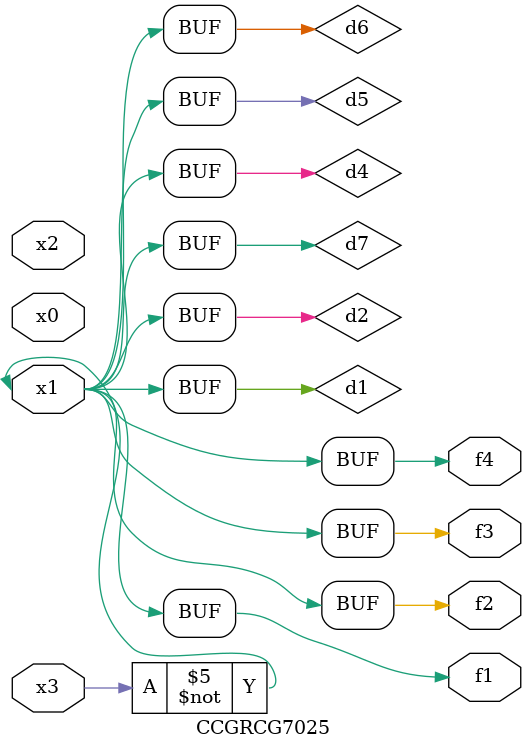
<source format=v>
module CCGRCG7025(
	input x0, x1, x2, x3,
	output f1, f2, f3, f4
);

	wire d1, d2, d3, d4, d5, d6, d7;

	not (d1, x3);
	buf (d2, x1);
	xnor (d3, d1, d2);
	nor (d4, d1);
	buf (d5, d1, d2);
	buf (d6, d4, d5);
	nand (d7, d4);
	assign f1 = d6;
	assign f2 = d7;
	assign f3 = d6;
	assign f4 = d6;
endmodule

</source>
